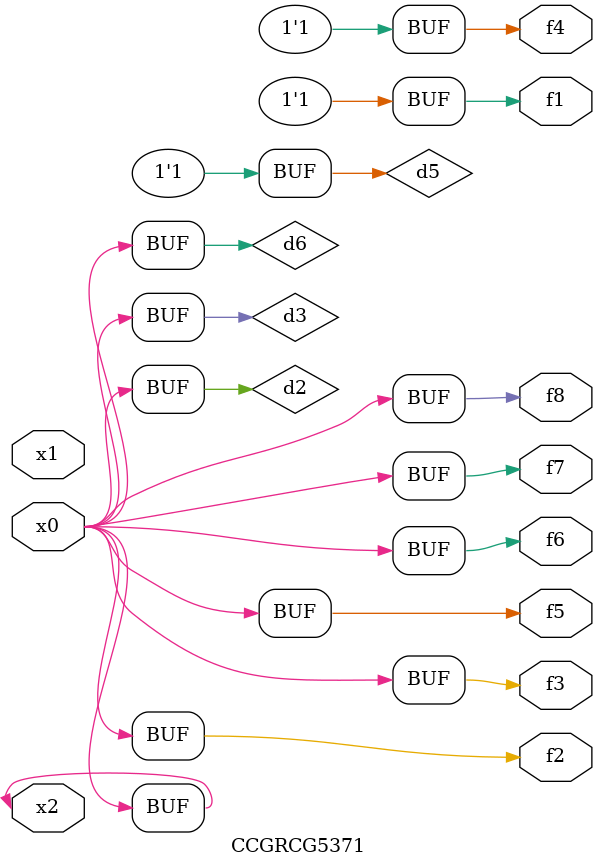
<source format=v>
module CCGRCG5371(
	input x0, x1, x2,
	output f1, f2, f3, f4, f5, f6, f7, f8
);

	wire d1, d2, d3, d4, d5, d6;

	xnor (d1, x2);
	buf (d2, x0, x2);
	and (d3, x0);
	xnor (d4, x1, x2);
	nand (d5, d1, d3);
	buf (d6, d2, d3);
	assign f1 = d5;
	assign f2 = d6;
	assign f3 = d6;
	assign f4 = d5;
	assign f5 = d6;
	assign f6 = d6;
	assign f7 = d6;
	assign f8 = d6;
endmodule

</source>
